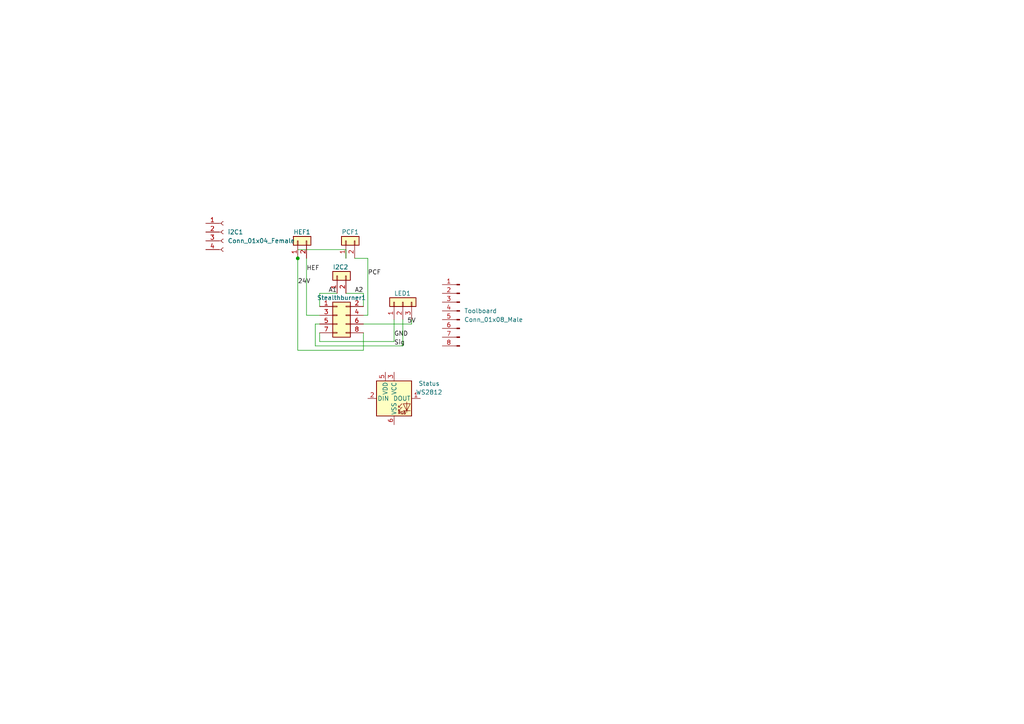
<source format=kicad_sch>
(kicad_sch (version 20211123) (generator eeschema)
  (paper "A4")
  (lib_symbols
    (symbol "Connector:Conn_01x04_Female" (pin_names (offset 1.016) hide)
      (property "Reference" "J" (at 0 5.08 0))
      (property "Value" "Conn_01x04_Female" (at 0 -7.62 0))
      (symbol "Conn_01x04_Female_1_1"
        (arc (start 0 -4.572) (mid -0.508 -5.08) (end 0 -5.588) (stroke (width 0.1524)))
        (arc (start 0 -2.032) (mid -0.508 -2.54) (end 0 -3.048) (stroke (width 0.1524)))
        (polyline (pts (xy -1.27 -5.08) (xy -0.508 -5.08)) (stroke (width 0.1524)))
        (polyline (pts (xy -1.27 -2.54) (xy -0.508 -2.54)) (stroke (width 0.1524)))
        (polyline (pts (xy -1.27 0) (xy -0.508 0)) (stroke (width 0.1524)))
        (polyline (pts (xy -1.27 2.54) (xy -0.508 2.54)) (stroke (width 0.1524)))
        (arc (start 0 0.508) (mid -0.508 0) (end 0 -0.508) (stroke (width 0.1524)))
        (arc (start 0 3.048) (mid -0.508 2.54) (end 0 2.032) (stroke (width 0.1524)))
        (pin passive line (at -5.08 2.54 0) (length 3.81) (name "Pin_1") (number "1"))
        (pin passive line (at -5.08 0 0) (length 3.81) (name "Pin_2") (number "2"))
        (pin passive line (at -5.08 -2.54 0) (length 3.81) (name "Pin_3") (number "3"))
        (pin passive line (at -5.08 -5.08 0) (length 3.81) (name "Pin_4") (number "4"))
      )
    )
    (symbol "Connector:Conn_01x08_Male" (pin_names (offset 1.016) hide)
      (property "Reference" "J" (at 0 10.16 0))
      (property "Value" "Conn_01x08_Male" (at 0 -12.7 0))
      (symbol "Conn_01x08_Male_1_1"
        (polyline (pts (xy 1.27 -10.16) (xy 0.8636 -10.16)) (stroke (width 0.1524)))
        (polyline (pts (xy 1.27 -7.62) (xy 0.8636 -7.62)) (stroke (width 0.1524)))
        (polyline (pts (xy 1.27 -5.08) (xy 0.8636 -5.08)) (stroke (width 0.1524)))
        (polyline (pts (xy 1.27 -2.54) (xy 0.8636 -2.54)) (stroke (width 0.1524)))
        (polyline (pts (xy 1.27 0) (xy 0.8636 0)) (stroke (width 0.1524)))
        (polyline (pts (xy 1.27 2.54) (xy 0.8636 2.54)) (stroke (width 0.1524)))
        (polyline (pts (xy 1.27 5.08) (xy 0.8636 5.08)) (stroke (width 0.1524)))
        (polyline (pts (xy 1.27 7.62) (xy 0.8636 7.62)) (stroke (width 0.1524)))
        (rectangle (start 0.8636 -10.033) (end 0 -10.287) (stroke (width 0.1524)) (fill (type outline)))
        (rectangle (start 0.8636 -7.493) (end 0 -7.747) (stroke (width 0.1524)) (fill (type outline)))
        (rectangle (start 0.8636 -4.953) (end 0 -5.207) (stroke (width 0.1524)) (fill (type outline)))
        (rectangle (start 0.8636 -2.413) (end 0 -2.667) (stroke (width 0.1524)) (fill (type outline)))
        (rectangle (start 0.8636 0.127) (end 0 -0.127) (stroke (width 0.1524)) (fill (type outline)))
        (rectangle (start 0.8636 2.667) (end 0 2.413) (stroke (width 0.1524)) (fill (type outline)))
        (rectangle (start 0.8636 5.207) (end 0 4.953) (stroke (width 0.1524)) (fill (type outline)))
        (rectangle (start 0.8636 7.747) (end 0 7.493) (stroke (width 0.1524)) (fill (type outline)))
        (pin passive line (at 5.08 7.62 180) (length 3.81) (name "Pin_1") (number "1"))
        (pin passive line (at 5.08 5.08 180) (length 3.81) (name "Pin_2") (number "2"))
        (pin passive line (at 5.08 2.54 180) (length 3.81) (name "Pin_3") (number "3"))
        (pin passive line (at 5.08 0 180) (length 3.81) (name "Pin_4") (number "4"))
        (pin passive line (at 5.08 -2.54 180) (length 3.81) (name "Pin_5") (number "5"))
        (pin passive line (at 5.08 -5.08 180) (length 3.81) (name "Pin_6") (number "6"))
        (pin passive line (at 5.08 -7.62 180) (length 3.81) (name "Pin_7") (number "7"))
        (pin passive line (at 5.08 -10.16 180) (length 3.81) (name "Pin_8") (number "8"))
      )
    )
    (symbol "Connector_Generic:Conn_01x02" (pin_names (offset 1.016) hide)
      (property "Reference" "J" (at 0 2.54 0))
      (property "Value" "Conn_01x02" (at 0 -5.08 0))
      (symbol "Conn_01x02_1_1"
        (rectangle (start -1.27 -2.413) (end 0 -2.667) (stroke (width 0.1524)))
        (rectangle (start -1.27 0.127) (end 0 -0.127) (stroke (width 0.1524)))
        (rectangle (start -1.27 1.27) (end 1.27 -3.81) (stroke (width 0.254)) (fill (type background)))
        (pin passive line (at -5.08 0 0) (length 3.81) (name "Pin_1") (number "1"))
        (pin passive line (at -5.08 -2.54 0) (length 3.81) (name "Pin_2") (number "2"))
      )
    )
    (symbol "Connector_Generic:Conn_01x03" (pin_names (offset 1.016) hide)
      (property "Reference" "J" (at 0 5.08 0))
      (property "Value" "Conn_01x03" (at 0 -5.08 0))
      (symbol "Conn_01x03_1_1"
        (rectangle (start -1.27 -2.413) (end 0 -2.667) (stroke (width 0.1524)))
        (rectangle (start -1.27 0.127) (end 0 -0.127) (stroke (width 0.1524)))
        (rectangle (start -1.27 2.667) (end 0 2.413) (stroke (width 0.1524)))
        (rectangle (start -1.27 3.81) (end 1.27 -3.81) (stroke (width 0.254)) (fill (type background)))
        (pin passive line (at -5.08 2.54 0) (length 3.81) (name "Pin_1") (number "1"))
        (pin passive line (at -5.08 0 0) (length 3.81) (name "Pin_2") (number "2"))
        (pin passive line (at -5.08 -2.54 0) (length 3.81) (name "Pin_3") (number "3"))
      )
    )
    (symbol "Connector_Generic:Conn_02x04_Odd_Even" (pin_names (offset 1.016) hide)
      (property "Reference" "J" (at 1.27 5.08 0))
      (property "Value" "Conn_02x04_Odd_Even" (at 1.27 -7.62 0))
      (symbol "Conn_02x04_Odd_Even_1_1"
        (rectangle (start -1.27 -4.953) (end 0 -5.207) (stroke (width 0.1524)))
        (rectangle (start -1.27 -2.413) (end 0 -2.667) (stroke (width 0.1524)))
        (rectangle (start -1.27 0.127) (end 0 -0.127) (stroke (width 0.1524)))
        (rectangle (start -1.27 2.667) (end 0 2.413) (stroke (width 0.1524)))
        (rectangle (start -1.27 3.81) (end 3.81 -6.35) (stroke (width 0.254)) (fill (type background)))
        (rectangle (start 3.81 -4.953) (end 2.54 -5.207) (stroke (width 0.1524)))
        (rectangle (start 3.81 -2.413) (end 2.54 -2.667) (stroke (width 0.1524)))
        (rectangle (start 3.81 0.127) (end 2.54 -0.127) (stroke (width 0.1524)))
        (rectangle (start 3.81 2.667) (end 2.54 2.413) (stroke (width 0.1524)))
        (pin passive line (at -5.08 2.54 0) (length 3.81) (name "Pin_1") (number "1"))
        (pin passive line (at 7.62 2.54 180) (length 3.81) (name "Pin_2") (number "2"))
        (pin passive line (at -5.08 0 0) (length 3.81) (name "Pin_3") (number "3"))
        (pin passive line (at 7.62 0 180) (length 3.81) (name "Pin_4") (number "4"))
        (pin passive line (at -5.08 -2.54 0) (length 3.81) (name "Pin_5") (number "5"))
        (pin passive line (at 7.62 -2.54 180) (length 3.81) (name "Pin_6") (number "6"))
        (pin passive line (at -5.08 -5.08 0) (length 3.81) (name "Pin_7") (number "7"))
        (pin passive line (at 7.62 -5.08 180) (length 3.81) (name "Pin_8") (number "8"))
      )
    )
    (symbol "LED:WS2812" (pin_names (offset 0.254))
      (property "Reference" "D" (at 5.08 5.715 0))
      (property "Value" "WS2812" (at 1.27 -5.715 0))
      (symbol "WS2812_0_0"
        (text "RGB" (at 2.286 -4.191 0) (effects (font (size 0.762 0.762))))
      )
      (symbol "WS2812_0_1"
        (polyline (pts (xy 1.27 -3.556) (xy 1.778 -3.556)))
        (polyline (pts (xy 1.27 -2.54) (xy 1.778 -2.54)))
        (polyline (pts (xy 4.699 -3.556) (xy 2.667 -3.556)))
        (polyline (pts (xy 2.286 -2.54) (xy 1.27 -3.556) (xy 1.27 -3.048)))
        (polyline (pts (xy 2.286 -1.524) (xy 1.27 -2.54) (xy 1.27 -2.032)))
        (polyline (pts (xy 3.683 -1.016) (xy 3.683 -3.556) (xy 3.683 -4.064)))
        (polyline (pts (xy 4.699 -1.524) (xy 2.667 -1.524) (xy 3.683 -3.556) (xy 4.699 -1.524)))
        (rectangle (start 5.08 5.08) (end -5.08 -5.08) (stroke (width 0.254)) (fill (type background)))
      )
      (symbol "WS2812_1_1"
        (pin output line (at 7.62 0 180) (length 2.54) (name "DOUT") (number "1"))
        (pin input line (at -7.62 0 0) (length 2.54) (name "DIN") (number "2"))
        (pin power_in line (at 0 7.62 270) (length 2.54) (name "VCC") (number "3"))
        (pin no_connect line (at 5.08 2.54 180) (length 2.54) hide (name "NC") (number "4"))
        (pin power_in line (at -2.54 7.62 270) (length 2.54) (name "VDD") (number "5"))
        (pin power_in line (at 0 -7.62 90) (length 2.54) (name "VSS") (number "6"))
      )
    )
  )
  (junction (at 86.36 74.93))
  (wire (pts (xy 91.44 93.98) (xy 92.71 93.98)))
  (wire (pts (xy 91.44 100.33) (xy 91.44 93.98)))
  (wire (pts (xy 106.68 74.93) (xy 106.68 91.44)))
  (wire (pts (xy 86.36 72.39) (xy 86.36 74.93)))
  (wire (pts (xy 106.68 91.44) (xy 105.41 91.44)))
  (wire (pts (xy 88.9 91.44) (xy 92.71 91.44)))
  (wire (pts (xy 86.36 74.93) (xy 86.36 101.6)))
  (wire (pts (xy 92.71 99.06) (xy 92.71 96.52)))
  (wire (pts (xy 100.33 72.39) (xy 86.36 72.39)))
  (wire (pts (xy 86.36 101.6) (xy 105.41 101.6)))
  (wire (pts (xy 100.33 74.93) (xy 100.33 72.39)))
  (wire (pts (xy 88.9 74.93) (xy 88.9 91.44)))
  (wire (pts (xy 119.38 92.71) (xy 119.38 93.98)))
  (wire (pts (xy 116.84 92.71) (xy 116.84 100.33)))
  (wire (pts (xy 92.71 85.09) (xy 97.79 85.09)))
  (wire (pts (xy 105.41 88.9) (xy 105.41 85.09)))
  (wire (pts (xy 114.3 99.06) (xy 92.71 99.06)))
  (wire (pts (xy 92.71 88.9) (xy 92.71 85.09)))
  (wire (pts (xy 105.41 101.6) (xy 105.41 96.52)))
  (wire (pts (xy 119.38 93.98) (xy 105.41 93.98)))
  (wire (pts (xy 116.84 100.33) (xy 91.44 100.33)))
  (wire (pts (xy 105.41 85.09) (xy 100.33 85.09)))
  (wire (pts (xy 114.3 92.71) (xy 114.3 99.06)))
  (wire (pts (xy 102.87 74.93) (xy 106.68 74.93)))
  (label "A2" (at 102.87 85.09 0))
  (label "Sig" (at 114.3 100.33 0))
  (label "5V" (at 118.11 93.98 0))
  (label "GND" (at 114.3 97.79 0))
  (label "PCF" (at 106.68 80.01 0))
  (label "24V" (at 86.36 82.55 0))
  (label "HEF" (at 88.9 78.74 0))
  (label "A1" (at 95.25 85.09 0))
  (symbol (lib_id "Connector_Generic:Conn_02x04_Odd_Even") (at 97.79 91.44 0) (unit 1)
    (property "Reference" "Stealthburner1" (at 99.06 86.36 0))
    (property "Value" "Conn_02x04_Odd_Even" (effects hide))
    (property "Footprint" "Connector_PinHeader_2.54mm:PinHeader_2x04_P2.54mm_Horizontal" (effects hide))
  )
  (symbol (lib_id "LED:WS2812") (at 114.3 115.57 0) (unit 1)
    (property "Reference" "Status" (at 124.46 111.2393 0))
    (property "Value" "WS2812" (at 124.46 113.7793 0))
    (property "Footprint" "LED_SMD:LED_WS2812_PLCC6_5.0x5.0mm_P1.6mm" (effects hide))
    (property "Datasheet" "https://cdn-shop.adafruit.com/datasheets/WS2812.pdf" (effects hide))
  )
  (symbol (lib_id "Connector_Generic:Conn_01x02") (at 86.36 69.85 90) (unit 1)
    (property "Reference" "HEF1" (at 85.09 67.31 90) (effects (justify right)))
    (property "Value" "Conn_01x02" (effects hide))
    (property "Footprint" "Connector_JST:JST_XH_B2B-XH-A_1x02_P2.50mm_Vertical" (effects hide))
  )
  (symbol (lib_id "Connector_Generic:Conn_01x02") (at 97.79 80.01 90) (unit 1)
    (property "Reference" "I2C2" (at 96.52 77.47 90) (effects (justify right)))
    (property "Value" "Conn_01x02" (effects hide))
    (property "Footprint" "Connector_JST:JST_XH_B2B-XH-A_1x02_P2.50mm_Vertical" (effects hide))
  )
  (symbol (lib_id "Connector_Generic:Conn_01x03") (at 116.84 87.63 90) (unit 1)
    (property "Reference" "LED1" (at 114.3 85.09 90) (effects (justify right)))
    (property "Value" "Conn_01x03" (effects hide))
    (property "Footprint" "Connector_JST:JST_XH_B3B-XH-A_1x03_P2.50mm_Vertical" (effects hide))
  )
  (symbol (lib_id "Connector:Conn_01x08_Male") (at 133.35 90.17 0) (mirror y) (unit 1)
    (property "Reference" "Toolboard" (at 134.62 90.1699 0) (effects (justify right)))
    (property "Value" "Conn_01x08_Male" (at 134.62 92.7099 0) (effects (justify right)))
    (property "Footprint" "Connector_JST:JST_PH_S8B-PH-K_1x08_P2.00mm_Horizontal" (effects hide))
  )
  (symbol (lib_id "Connector_Generic:Conn_01x02") (at 100.33 69.85 90) (unit 1)
    (property "Reference" "PCF1" (at 99.06 67.31 90) (effects (justify right)))
    (property "Value" "Conn_01x02" (effects hide))
    (property "Footprint" "Connector_JST:JST_XH_B2B-XH-A_1x02_P2.50mm_Vertical" (effects hide))
  )
  (symbol (lib_id "Connector:Conn_01x04_Female") (at 64.77 67.31 0) (unit 1)
    (property "Reference" "i2C1" (at 66.04 67.3099 0) (effects (justify left)))
    (property "Value" "Conn_01x04_Female" (at 66.04 69.8499 0) (effects (justify left)))
    (property "Footprint" "Connector_PinSocket_2.54mm:PinSocket_1x04_P2.54mm_Vertical" (effects hide))
  )
)
</source>
